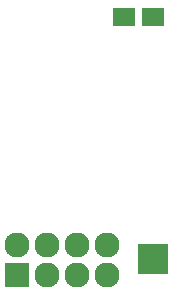
<source format=gts>
G04 #@! TF.FileFunction,Soldermask,Top*
%FSLAX46Y46*%
G04 Gerber Fmt 4.6, Leading zero omitted, Abs format (unit mm)*
G04 Created by KiCad (PCBNEW 0.201604300946+6716~44~ubuntu16.04.1-product) date tir 03 maj 2016 17:56:38 CEST*
%MOMM*%
%LPD*%
G01*
G04 APERTURE LIST*
%ADD10C,0.100000*%
%ADD11R,2.127200X2.127200*%
%ADD12O,2.127200X2.127200*%
%ADD13R,1.900000X1.650000*%
%ADD14R,2.635200X2.635200*%
G04 APERTURE END LIST*
D10*
D11*
X19658000Y-42960000D03*
D12*
X19658000Y-40420000D03*
X22198000Y-42960000D03*
X22198000Y-40420000D03*
X24738000Y-42960000D03*
X24738000Y-40420000D03*
X27278000Y-42960000D03*
X27278000Y-40420000D03*
D13*
X31220400Y-21065200D03*
X28720400Y-21065200D03*
D14*
X31189600Y-41537600D03*
M02*

</source>
